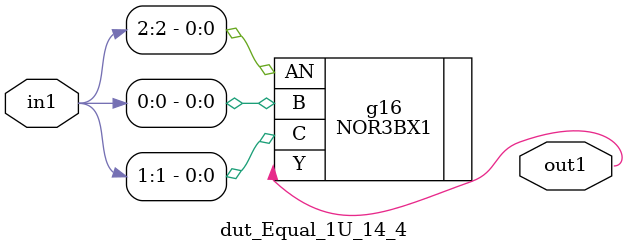
<source format=v>
`timescale 1ps / 1ps


module dut_Equal_1U_14_4(in1, out1);
  input [2:0] in1;
  output out1;
  wire [2:0] in1;
  wire out1;
  NOR3BX1 g16(.AN (in1[2]), .B (in1[0]), .C (in1[1]), .Y (out1));
endmodule



</source>
